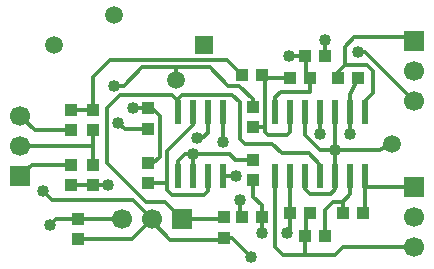
<source format=gbr>
G04 DipTrace 2.4.0.2*
%INTop.gbr*%
%MOIN*%
%ADD14C,0.013*%
%ADD15R,0.0394X0.0433*%
%ADD16R,0.0669X0.0669*%
%ADD17C,0.0669*%
%ADD18R,0.0433X0.0394*%
%ADD19R,0.0236X0.0787*%
%ADD20R,0.0591X0.0591*%
%ADD21C,0.0591*%
%ADD22C,0.04*%
%FSLAX44Y44*%
G04*
G70*
G90*
G75*
G01*
%LNTop*%
%LPD*%
X15315Y7690D2*
D14*
Y8065D1*
X14940Y8440D1*
X14024D1*
X13711Y8754D1*
X12790D1*
X12638Y8906D1*
Y10145D1*
X12378Y10405D1*
X10716D1*
X10565Y10254D1*
Y9816D1*
X10690Y6253D2*
X10127Y6816D1*
X9502D1*
X8190Y8128D1*
Y9941D1*
X8627Y10379D1*
X10377D1*
X10565Y10191D1*
Y9816D1*
X12087Y6308D2*
X12032Y6253D1*
X10690D1*
X12513Y7690D2*
X12065D1*
X15315Y9092D2*
Y9816D1*
X8690Y6253D2*
X7252D1*
X6314Y6066D2*
X6502Y6253D1*
X7252D1*
X15815Y9816D2*
Y8566D1*
X9690Y6253D2*
X9065Y6878D1*
X6377D1*
X6064Y7191D1*
X15815Y8566D2*
Y7690D1*
Y8566D2*
X15314D1*
X14815Y9065D1*
Y9816D1*
X15815Y7690D2*
Y7253D1*
X15654Y7092D1*
X14977D1*
X14815Y7254D1*
Y7690D1*
X7752Y8048D2*
Y8690D1*
Y9209D1*
X5315Y8690D2*
X7752D1*
X12065Y9816D2*
Y8816D1*
X9690Y6253D2*
Y6191D1*
X10315Y5566D1*
X12014D1*
X12087Y5638D1*
X12367D1*
X13003Y5003D1*
X7252Y5584D2*
X9021D1*
X9690Y6253D1*
X15815Y8566D2*
X17253D1*
X17691Y8754D1*
X15896Y10940D2*
Y11146D1*
X16129Y11379D1*
X16878D1*
X17065Y11191D1*
Y10440D1*
X16815Y10190D1*
Y9816D1*
X16129Y11379D2*
Y12004D1*
X16440Y12315D1*
X18440D1*
Y12190D1*
X14269Y11690D2*
X14815D1*
X16565Y11815D2*
X16815D1*
X18440Y10190D1*
X14984Y10940D2*
Y10504D1*
X14003D1*
X13815Y10316D1*
Y9816D1*
X14815Y11690D2*
X14833D1*
Y10940D1*
X14984D1*
X7002Y9209D2*
X5796D1*
X5315Y9690D1*
X7002Y8066D2*
X5691D1*
X5315Y7690D1*
X13359Y5788D2*
Y6315D1*
Y6707D1*
X13065Y7001D1*
Y7565D1*
X14315Y6440D2*
Y7690D1*
X14210Y5788D2*
X14315Y5893D1*
Y6440D1*
X16315Y7690D2*
Y7092D1*
X16055Y6832D1*
X15744D1*
X15484Y6572D1*
Y5690D1*
X16065Y6440D2*
Y6871D1*
X16055Y6832D1*
X14315Y10940D2*
X13359D1*
Y11065D1*
X13457D1*
Y9315D1*
Y9165D1*
X13557Y9065D1*
X14215D1*
X14315Y9165D1*
Y9816D1*
X13457Y9315D2*
X13065D1*
X15484Y12217D2*
Y11690D1*
X16315Y9092D2*
Y9816D1*
X16565Y10940D2*
X16316Y10377D1*
X16315Y9816D1*
X8426Y10700D2*
X8761D1*
X9377Y11316D1*
X10502D1*
X11627D1*
X12243Y10700D1*
X12618D1*
X13065Y10254D1*
Y9984D1*
Y8234D2*
X12468D1*
X12288Y8414D1*
X11065D1*
Y7690D1*
Y8414D2*
X10789D1*
X10565Y8190D1*
Y7690D1*
X10502Y10879D2*
Y11316D1*
X11565Y7690D2*
Y7191D1*
X11440Y7066D1*
X10377D1*
X10217Y7227D1*
Y7440D1*
Y8530D1*
X11065Y9379D1*
Y9816D1*
X10217Y7440D2*
X9565D1*
X9065Y9940D2*
X9565D1*
X11190Y8941D2*
X11377D1*
X11565Y9129D1*
Y9816D1*
X9565Y9940D2*
X9690D1*
X9957Y9673D1*
Y8332D1*
X9734Y8109D1*
X9565D1*
X7002Y7397D2*
X7734D1*
X7752Y7378D1*
X12690Y6315D2*
X12628Y6377D1*
Y6878D1*
X8252Y7378D2*
X7752D1*
Y9879D2*
Y11004D1*
X8315Y11566D1*
X12189D1*
X12690Y11065D1*
X7002Y9879D2*
X7752D1*
X8565Y9440D2*
X8815Y9252D1*
X9565D1*
Y9271D1*
X18440Y7315D2*
X16815D1*
Y6440D1*
X16734D1*
X16815Y7315D2*
Y7690D1*
X18440Y5315D2*
X16075D1*
X16065Y5325D1*
X15805Y5065D1*
X14815D1*
X14075D1*
X13815Y5325D1*
Y7690D1*
X14815Y5690D2*
Y5065D1*
X14984Y6440D2*
X14833D1*
Y5690D1*
X14815D1*
D22*
X6314Y6066D3*
X6064Y7191D3*
X12065Y8816D3*
X13003Y5003D3*
X12628Y6878D3*
X8252Y7378D3*
X14210Y5788D3*
X13359D3*
X15815Y8566D3*
X14269Y11690D3*
X16565Y11815D3*
X15484Y12217D3*
X16315Y9092D3*
X12513Y7690D3*
X15315Y9092D3*
X8426Y10700D3*
X11065Y8414D3*
X11190Y8941D3*
X9065Y9940D3*
X8565Y9440D3*
D15*
X12087Y6308D3*
Y5638D3*
X7252Y5584D3*
Y6253D3*
X7752Y7378D3*
Y8048D3*
Y9879D3*
Y9209D3*
D16*
X5315Y7690D3*
D17*
Y8690D3*
Y9690D3*
D16*
X18440Y7315D3*
D17*
Y6315D3*
Y5315D3*
D16*
Y12190D3*
D17*
Y11190D3*
Y10190D3*
D16*
X10690Y6253D3*
D17*
X9690D3*
X8690D3*
D18*
X12690Y6315D3*
X13359D3*
X14315Y6440D3*
X14984D3*
X14815Y5690D3*
X15484D3*
X16065Y6440D3*
X16734D3*
X12690Y11065D3*
X13359D3*
X14315Y10940D3*
X14984D3*
X14815Y11690D3*
X15484D3*
X16565Y10940D3*
X15896D3*
D15*
X13065Y7565D3*
Y8234D3*
Y9315D3*
Y9984D3*
X7002Y8066D3*
Y7397D3*
X9565Y7440D3*
Y8109D3*
Y9940D3*
Y9271D3*
X7002Y9879D3*
Y9209D3*
D19*
X13815Y7690D3*
X14315D3*
X14815D3*
X15315D3*
X15815D3*
X16315D3*
X16815D3*
Y9816D3*
X16315D3*
X15815D3*
X15315D3*
X14815D3*
X14315D3*
X13815D3*
X10565Y7690D3*
X11065D3*
X11565D3*
X12065D3*
Y9816D3*
X11565D3*
X11065D3*
X10565D3*
D20*
X11440Y12065D3*
D21*
X8440Y13065D3*
X6440Y12065D3*
X17691Y8754D3*
X10502Y10879D3*
M02*

</source>
